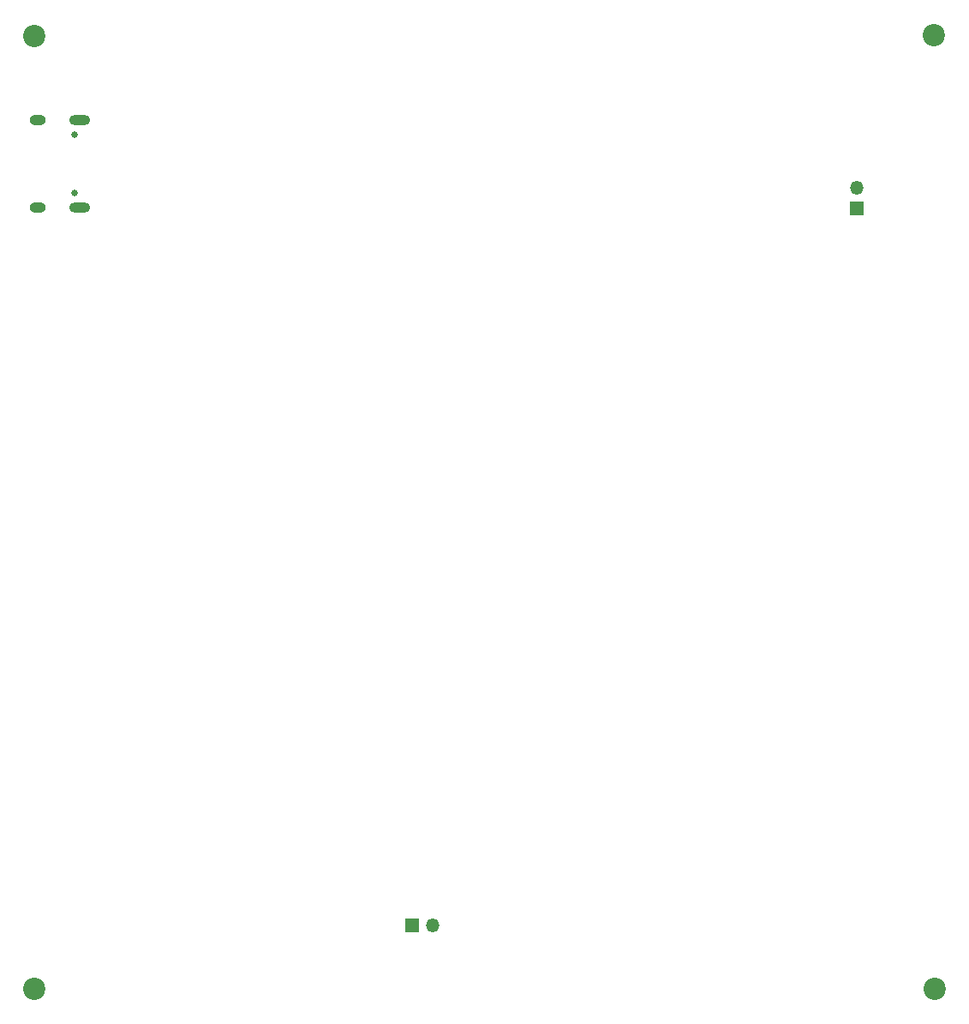
<source format=gbs>
G04 #@! TF.GenerationSoftware,KiCad,Pcbnew,(5.1.12)-1*
G04 #@! TF.CreationDate,2021-12-30T17:29:10+01:00*
G04 #@! TF.ProjectId,GameGirl,47616d65-4769-4726-9c2e-6b696361645f,rev?*
G04 #@! TF.SameCoordinates,Original*
G04 #@! TF.FileFunction,Soldermask,Bot*
G04 #@! TF.FilePolarity,Negative*
%FSLAX46Y46*%
G04 Gerber Fmt 4.6, Leading zero omitted, Abs format (unit mm)*
G04 Created by KiCad (PCBNEW (5.1.12)-1) date 2021-12-30 17:29:10*
%MOMM*%
%LPD*%
G01*
G04 APERTURE LIST*
%ADD10C,2.200000*%
%ADD11O,1.350000X1.350000*%
%ADD12R,1.350000X1.350000*%
%ADD13C,0.650000*%
%ADD14O,1.600000X1.000000*%
%ADD15O,2.100000X1.000000*%
G04 APERTURE END LIST*
D10*
X33000000Y-33000000D03*
X33000000Y-127000000D03*
X122000000Y-127000000D03*
X121870000Y-32870000D03*
D11*
X114300000Y-48000000D03*
D12*
X114300000Y-50000000D03*
D11*
X72370000Y-120760000D03*
D12*
X70370000Y-120760000D03*
D13*
X37005000Y-42710000D03*
X37005000Y-48490000D03*
D14*
X33325000Y-49920000D03*
X33325000Y-41280000D03*
D15*
X37505000Y-49920000D03*
X37505000Y-41280000D03*
M02*

</source>
